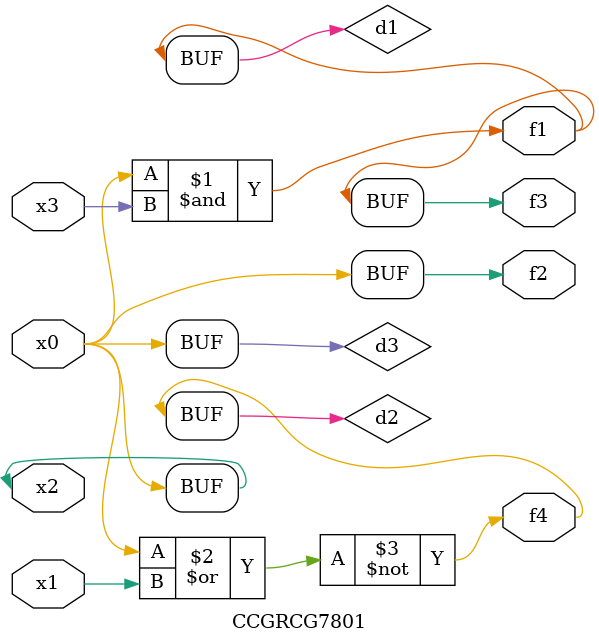
<source format=v>
module CCGRCG7801(
	input x0, x1, x2, x3,
	output f1, f2, f3, f4
);

	wire d1, d2, d3;

	and (d1, x2, x3);
	nor (d2, x0, x1);
	buf (d3, x0, x2);
	assign f1 = d1;
	assign f2 = d3;
	assign f3 = d1;
	assign f4 = d2;
endmodule

</source>
